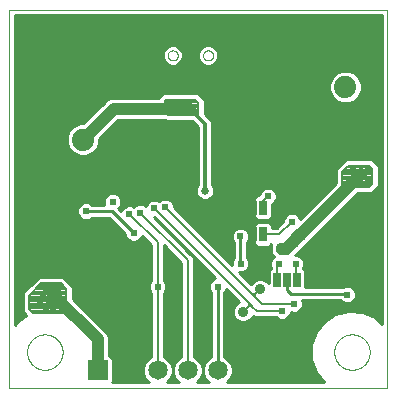
<source format=gbl>
G75*
%MOIN*%
%OFA0B0*%
%FSLAX25Y25*%
%IPPOS*%
%LPD*%
%AMOC8*
5,1,8,0,0,1.08239X$1,22.5*
%
%ADD10C,0.00000*%
%ADD11C,0.07400*%
%ADD12R,0.02500X0.05000*%
%ADD13R,0.06500X0.06500*%
%ADD14C,0.06500*%
%ADD15C,0.04756*%
%ADD16C,0.05000*%
%ADD17C,0.03500*%
%ADD18C,0.01000*%
%ADD19C,0.03200*%
%ADD20C,0.02400*%
%ADD21C,0.00800*%
%ADD22C,0.04000*%
%ADD23C,0.00600*%
%ADD24C,0.02578*%
%ADD25C,0.01200*%
D10*
X0002050Y0007300D02*
X0002050Y0133284D01*
X0128034Y0133284D01*
X0128034Y0007300D01*
X0002050Y0007300D01*
X0007955Y0019111D02*
X0007957Y0019264D01*
X0007963Y0019418D01*
X0007973Y0019571D01*
X0007987Y0019723D01*
X0008005Y0019876D01*
X0008027Y0020027D01*
X0008052Y0020178D01*
X0008082Y0020329D01*
X0008116Y0020479D01*
X0008153Y0020627D01*
X0008194Y0020775D01*
X0008239Y0020921D01*
X0008288Y0021067D01*
X0008341Y0021211D01*
X0008397Y0021353D01*
X0008457Y0021494D01*
X0008521Y0021634D01*
X0008588Y0021772D01*
X0008659Y0021908D01*
X0008734Y0022042D01*
X0008811Y0022174D01*
X0008893Y0022304D01*
X0008977Y0022432D01*
X0009065Y0022558D01*
X0009156Y0022681D01*
X0009250Y0022802D01*
X0009348Y0022920D01*
X0009448Y0023036D01*
X0009552Y0023149D01*
X0009658Y0023260D01*
X0009767Y0023368D01*
X0009879Y0023473D01*
X0009993Y0023574D01*
X0010111Y0023673D01*
X0010230Y0023769D01*
X0010352Y0023862D01*
X0010477Y0023951D01*
X0010604Y0024038D01*
X0010733Y0024120D01*
X0010864Y0024200D01*
X0010997Y0024276D01*
X0011132Y0024349D01*
X0011269Y0024418D01*
X0011408Y0024483D01*
X0011548Y0024545D01*
X0011690Y0024603D01*
X0011833Y0024658D01*
X0011978Y0024709D01*
X0012124Y0024756D01*
X0012271Y0024799D01*
X0012419Y0024838D01*
X0012568Y0024874D01*
X0012718Y0024905D01*
X0012869Y0024933D01*
X0013020Y0024957D01*
X0013173Y0024977D01*
X0013325Y0024993D01*
X0013478Y0025005D01*
X0013631Y0025013D01*
X0013784Y0025017D01*
X0013938Y0025017D01*
X0014091Y0025013D01*
X0014244Y0025005D01*
X0014397Y0024993D01*
X0014549Y0024977D01*
X0014702Y0024957D01*
X0014853Y0024933D01*
X0015004Y0024905D01*
X0015154Y0024874D01*
X0015303Y0024838D01*
X0015451Y0024799D01*
X0015598Y0024756D01*
X0015744Y0024709D01*
X0015889Y0024658D01*
X0016032Y0024603D01*
X0016174Y0024545D01*
X0016314Y0024483D01*
X0016453Y0024418D01*
X0016590Y0024349D01*
X0016725Y0024276D01*
X0016858Y0024200D01*
X0016989Y0024120D01*
X0017118Y0024038D01*
X0017245Y0023951D01*
X0017370Y0023862D01*
X0017492Y0023769D01*
X0017611Y0023673D01*
X0017729Y0023574D01*
X0017843Y0023473D01*
X0017955Y0023368D01*
X0018064Y0023260D01*
X0018170Y0023149D01*
X0018274Y0023036D01*
X0018374Y0022920D01*
X0018472Y0022802D01*
X0018566Y0022681D01*
X0018657Y0022558D01*
X0018745Y0022432D01*
X0018829Y0022304D01*
X0018911Y0022174D01*
X0018988Y0022042D01*
X0019063Y0021908D01*
X0019134Y0021772D01*
X0019201Y0021634D01*
X0019265Y0021494D01*
X0019325Y0021353D01*
X0019381Y0021211D01*
X0019434Y0021067D01*
X0019483Y0020921D01*
X0019528Y0020775D01*
X0019569Y0020627D01*
X0019606Y0020479D01*
X0019640Y0020329D01*
X0019670Y0020178D01*
X0019695Y0020027D01*
X0019717Y0019876D01*
X0019735Y0019723D01*
X0019749Y0019571D01*
X0019759Y0019418D01*
X0019765Y0019264D01*
X0019767Y0019111D01*
X0019765Y0018958D01*
X0019759Y0018804D01*
X0019749Y0018651D01*
X0019735Y0018499D01*
X0019717Y0018346D01*
X0019695Y0018195D01*
X0019670Y0018044D01*
X0019640Y0017893D01*
X0019606Y0017743D01*
X0019569Y0017595D01*
X0019528Y0017447D01*
X0019483Y0017301D01*
X0019434Y0017155D01*
X0019381Y0017011D01*
X0019325Y0016869D01*
X0019265Y0016728D01*
X0019201Y0016588D01*
X0019134Y0016450D01*
X0019063Y0016314D01*
X0018988Y0016180D01*
X0018911Y0016048D01*
X0018829Y0015918D01*
X0018745Y0015790D01*
X0018657Y0015664D01*
X0018566Y0015541D01*
X0018472Y0015420D01*
X0018374Y0015302D01*
X0018274Y0015186D01*
X0018170Y0015073D01*
X0018064Y0014962D01*
X0017955Y0014854D01*
X0017843Y0014749D01*
X0017729Y0014648D01*
X0017611Y0014549D01*
X0017492Y0014453D01*
X0017370Y0014360D01*
X0017245Y0014271D01*
X0017118Y0014184D01*
X0016989Y0014102D01*
X0016858Y0014022D01*
X0016725Y0013946D01*
X0016590Y0013873D01*
X0016453Y0013804D01*
X0016314Y0013739D01*
X0016174Y0013677D01*
X0016032Y0013619D01*
X0015889Y0013564D01*
X0015744Y0013513D01*
X0015598Y0013466D01*
X0015451Y0013423D01*
X0015303Y0013384D01*
X0015154Y0013348D01*
X0015004Y0013317D01*
X0014853Y0013289D01*
X0014702Y0013265D01*
X0014549Y0013245D01*
X0014397Y0013229D01*
X0014244Y0013217D01*
X0014091Y0013209D01*
X0013938Y0013205D01*
X0013784Y0013205D01*
X0013631Y0013209D01*
X0013478Y0013217D01*
X0013325Y0013229D01*
X0013173Y0013245D01*
X0013020Y0013265D01*
X0012869Y0013289D01*
X0012718Y0013317D01*
X0012568Y0013348D01*
X0012419Y0013384D01*
X0012271Y0013423D01*
X0012124Y0013466D01*
X0011978Y0013513D01*
X0011833Y0013564D01*
X0011690Y0013619D01*
X0011548Y0013677D01*
X0011408Y0013739D01*
X0011269Y0013804D01*
X0011132Y0013873D01*
X0010997Y0013946D01*
X0010864Y0014022D01*
X0010733Y0014102D01*
X0010604Y0014184D01*
X0010477Y0014271D01*
X0010352Y0014360D01*
X0010230Y0014453D01*
X0010111Y0014549D01*
X0009993Y0014648D01*
X0009879Y0014749D01*
X0009767Y0014854D01*
X0009658Y0014962D01*
X0009552Y0015073D01*
X0009448Y0015186D01*
X0009348Y0015302D01*
X0009250Y0015420D01*
X0009156Y0015541D01*
X0009065Y0015664D01*
X0008977Y0015790D01*
X0008893Y0015918D01*
X0008811Y0016048D01*
X0008734Y0016180D01*
X0008659Y0016314D01*
X0008588Y0016450D01*
X0008521Y0016588D01*
X0008457Y0016728D01*
X0008397Y0016869D01*
X0008341Y0017011D01*
X0008288Y0017155D01*
X0008239Y0017301D01*
X0008194Y0017447D01*
X0008153Y0017595D01*
X0008116Y0017743D01*
X0008082Y0017893D01*
X0008052Y0018044D01*
X0008027Y0018195D01*
X0008005Y0018346D01*
X0007987Y0018499D01*
X0007973Y0018651D01*
X0007963Y0018804D01*
X0007957Y0018958D01*
X0007955Y0019111D01*
X0054771Y0118000D02*
X0054773Y0118081D01*
X0054779Y0118163D01*
X0054789Y0118244D01*
X0054803Y0118324D01*
X0054820Y0118403D01*
X0054842Y0118482D01*
X0054867Y0118559D01*
X0054896Y0118636D01*
X0054929Y0118710D01*
X0054966Y0118783D01*
X0055005Y0118854D01*
X0055049Y0118923D01*
X0055095Y0118990D01*
X0055145Y0119054D01*
X0055198Y0119116D01*
X0055254Y0119176D01*
X0055312Y0119232D01*
X0055374Y0119286D01*
X0055438Y0119337D01*
X0055504Y0119384D01*
X0055572Y0119428D01*
X0055643Y0119469D01*
X0055715Y0119506D01*
X0055790Y0119540D01*
X0055865Y0119570D01*
X0055943Y0119596D01*
X0056021Y0119619D01*
X0056100Y0119637D01*
X0056180Y0119652D01*
X0056261Y0119663D01*
X0056342Y0119670D01*
X0056424Y0119673D01*
X0056505Y0119672D01*
X0056586Y0119667D01*
X0056667Y0119658D01*
X0056748Y0119645D01*
X0056828Y0119628D01*
X0056906Y0119608D01*
X0056984Y0119583D01*
X0057061Y0119555D01*
X0057136Y0119523D01*
X0057209Y0119488D01*
X0057280Y0119449D01*
X0057350Y0119406D01*
X0057417Y0119361D01*
X0057483Y0119312D01*
X0057545Y0119260D01*
X0057605Y0119204D01*
X0057662Y0119146D01*
X0057717Y0119086D01*
X0057768Y0119022D01*
X0057816Y0118957D01*
X0057861Y0118889D01*
X0057903Y0118819D01*
X0057941Y0118747D01*
X0057976Y0118673D01*
X0058007Y0118598D01*
X0058034Y0118521D01*
X0058057Y0118443D01*
X0058077Y0118364D01*
X0058093Y0118284D01*
X0058105Y0118203D01*
X0058113Y0118122D01*
X0058117Y0118041D01*
X0058117Y0117959D01*
X0058113Y0117878D01*
X0058105Y0117797D01*
X0058093Y0117716D01*
X0058077Y0117636D01*
X0058057Y0117557D01*
X0058034Y0117479D01*
X0058007Y0117402D01*
X0057976Y0117327D01*
X0057941Y0117253D01*
X0057903Y0117181D01*
X0057861Y0117111D01*
X0057816Y0117043D01*
X0057768Y0116978D01*
X0057717Y0116914D01*
X0057662Y0116854D01*
X0057605Y0116796D01*
X0057545Y0116740D01*
X0057483Y0116688D01*
X0057417Y0116639D01*
X0057350Y0116594D01*
X0057281Y0116551D01*
X0057209Y0116512D01*
X0057136Y0116477D01*
X0057061Y0116445D01*
X0056984Y0116417D01*
X0056906Y0116392D01*
X0056828Y0116372D01*
X0056748Y0116355D01*
X0056667Y0116342D01*
X0056586Y0116333D01*
X0056505Y0116328D01*
X0056424Y0116327D01*
X0056342Y0116330D01*
X0056261Y0116337D01*
X0056180Y0116348D01*
X0056100Y0116363D01*
X0056021Y0116381D01*
X0055943Y0116404D01*
X0055865Y0116430D01*
X0055790Y0116460D01*
X0055715Y0116494D01*
X0055643Y0116531D01*
X0055572Y0116572D01*
X0055504Y0116616D01*
X0055438Y0116663D01*
X0055374Y0116714D01*
X0055312Y0116768D01*
X0055254Y0116824D01*
X0055198Y0116884D01*
X0055145Y0116946D01*
X0055095Y0117010D01*
X0055049Y0117077D01*
X0055005Y0117146D01*
X0054966Y0117217D01*
X0054929Y0117290D01*
X0054896Y0117364D01*
X0054867Y0117441D01*
X0054842Y0117518D01*
X0054820Y0117597D01*
X0054803Y0117676D01*
X0054789Y0117756D01*
X0054779Y0117837D01*
X0054773Y0117919D01*
X0054771Y0118000D01*
X0066583Y0118000D02*
X0066585Y0118081D01*
X0066591Y0118163D01*
X0066601Y0118244D01*
X0066615Y0118324D01*
X0066632Y0118403D01*
X0066654Y0118482D01*
X0066679Y0118559D01*
X0066708Y0118636D01*
X0066741Y0118710D01*
X0066778Y0118783D01*
X0066817Y0118854D01*
X0066861Y0118923D01*
X0066907Y0118990D01*
X0066957Y0119054D01*
X0067010Y0119116D01*
X0067066Y0119176D01*
X0067124Y0119232D01*
X0067186Y0119286D01*
X0067250Y0119337D01*
X0067316Y0119384D01*
X0067384Y0119428D01*
X0067455Y0119469D01*
X0067527Y0119506D01*
X0067602Y0119540D01*
X0067677Y0119570D01*
X0067755Y0119596D01*
X0067833Y0119619D01*
X0067912Y0119637D01*
X0067992Y0119652D01*
X0068073Y0119663D01*
X0068154Y0119670D01*
X0068236Y0119673D01*
X0068317Y0119672D01*
X0068398Y0119667D01*
X0068479Y0119658D01*
X0068560Y0119645D01*
X0068640Y0119628D01*
X0068718Y0119608D01*
X0068796Y0119583D01*
X0068873Y0119555D01*
X0068948Y0119523D01*
X0069021Y0119488D01*
X0069092Y0119449D01*
X0069162Y0119406D01*
X0069229Y0119361D01*
X0069295Y0119312D01*
X0069357Y0119260D01*
X0069417Y0119204D01*
X0069474Y0119146D01*
X0069529Y0119086D01*
X0069580Y0119022D01*
X0069628Y0118957D01*
X0069673Y0118889D01*
X0069715Y0118819D01*
X0069753Y0118747D01*
X0069788Y0118673D01*
X0069819Y0118598D01*
X0069846Y0118521D01*
X0069869Y0118443D01*
X0069889Y0118364D01*
X0069905Y0118284D01*
X0069917Y0118203D01*
X0069925Y0118122D01*
X0069929Y0118041D01*
X0069929Y0117959D01*
X0069925Y0117878D01*
X0069917Y0117797D01*
X0069905Y0117716D01*
X0069889Y0117636D01*
X0069869Y0117557D01*
X0069846Y0117479D01*
X0069819Y0117402D01*
X0069788Y0117327D01*
X0069753Y0117253D01*
X0069715Y0117181D01*
X0069673Y0117111D01*
X0069628Y0117043D01*
X0069580Y0116978D01*
X0069529Y0116914D01*
X0069474Y0116854D01*
X0069417Y0116796D01*
X0069357Y0116740D01*
X0069295Y0116688D01*
X0069229Y0116639D01*
X0069162Y0116594D01*
X0069093Y0116551D01*
X0069021Y0116512D01*
X0068948Y0116477D01*
X0068873Y0116445D01*
X0068796Y0116417D01*
X0068718Y0116392D01*
X0068640Y0116372D01*
X0068560Y0116355D01*
X0068479Y0116342D01*
X0068398Y0116333D01*
X0068317Y0116328D01*
X0068236Y0116327D01*
X0068154Y0116330D01*
X0068073Y0116337D01*
X0067992Y0116348D01*
X0067912Y0116363D01*
X0067833Y0116381D01*
X0067755Y0116404D01*
X0067677Y0116430D01*
X0067602Y0116460D01*
X0067527Y0116494D01*
X0067455Y0116531D01*
X0067384Y0116572D01*
X0067316Y0116616D01*
X0067250Y0116663D01*
X0067186Y0116714D01*
X0067124Y0116768D01*
X0067066Y0116824D01*
X0067010Y0116884D01*
X0066957Y0116946D01*
X0066907Y0117010D01*
X0066861Y0117077D01*
X0066817Y0117146D01*
X0066778Y0117217D01*
X0066741Y0117290D01*
X0066708Y0117364D01*
X0066679Y0117441D01*
X0066654Y0117518D01*
X0066632Y0117597D01*
X0066615Y0117676D01*
X0066601Y0117756D01*
X0066591Y0117837D01*
X0066585Y0117919D01*
X0066583Y0118000D01*
X0110317Y0019111D02*
X0110319Y0019264D01*
X0110325Y0019418D01*
X0110335Y0019571D01*
X0110349Y0019723D01*
X0110367Y0019876D01*
X0110389Y0020027D01*
X0110414Y0020178D01*
X0110444Y0020329D01*
X0110478Y0020479D01*
X0110515Y0020627D01*
X0110556Y0020775D01*
X0110601Y0020921D01*
X0110650Y0021067D01*
X0110703Y0021211D01*
X0110759Y0021353D01*
X0110819Y0021494D01*
X0110883Y0021634D01*
X0110950Y0021772D01*
X0111021Y0021908D01*
X0111096Y0022042D01*
X0111173Y0022174D01*
X0111255Y0022304D01*
X0111339Y0022432D01*
X0111427Y0022558D01*
X0111518Y0022681D01*
X0111612Y0022802D01*
X0111710Y0022920D01*
X0111810Y0023036D01*
X0111914Y0023149D01*
X0112020Y0023260D01*
X0112129Y0023368D01*
X0112241Y0023473D01*
X0112355Y0023574D01*
X0112473Y0023673D01*
X0112592Y0023769D01*
X0112714Y0023862D01*
X0112839Y0023951D01*
X0112966Y0024038D01*
X0113095Y0024120D01*
X0113226Y0024200D01*
X0113359Y0024276D01*
X0113494Y0024349D01*
X0113631Y0024418D01*
X0113770Y0024483D01*
X0113910Y0024545D01*
X0114052Y0024603D01*
X0114195Y0024658D01*
X0114340Y0024709D01*
X0114486Y0024756D01*
X0114633Y0024799D01*
X0114781Y0024838D01*
X0114930Y0024874D01*
X0115080Y0024905D01*
X0115231Y0024933D01*
X0115382Y0024957D01*
X0115535Y0024977D01*
X0115687Y0024993D01*
X0115840Y0025005D01*
X0115993Y0025013D01*
X0116146Y0025017D01*
X0116300Y0025017D01*
X0116453Y0025013D01*
X0116606Y0025005D01*
X0116759Y0024993D01*
X0116911Y0024977D01*
X0117064Y0024957D01*
X0117215Y0024933D01*
X0117366Y0024905D01*
X0117516Y0024874D01*
X0117665Y0024838D01*
X0117813Y0024799D01*
X0117960Y0024756D01*
X0118106Y0024709D01*
X0118251Y0024658D01*
X0118394Y0024603D01*
X0118536Y0024545D01*
X0118676Y0024483D01*
X0118815Y0024418D01*
X0118952Y0024349D01*
X0119087Y0024276D01*
X0119220Y0024200D01*
X0119351Y0024120D01*
X0119480Y0024038D01*
X0119607Y0023951D01*
X0119732Y0023862D01*
X0119854Y0023769D01*
X0119973Y0023673D01*
X0120091Y0023574D01*
X0120205Y0023473D01*
X0120317Y0023368D01*
X0120426Y0023260D01*
X0120532Y0023149D01*
X0120636Y0023036D01*
X0120736Y0022920D01*
X0120834Y0022802D01*
X0120928Y0022681D01*
X0121019Y0022558D01*
X0121107Y0022432D01*
X0121191Y0022304D01*
X0121273Y0022174D01*
X0121350Y0022042D01*
X0121425Y0021908D01*
X0121496Y0021772D01*
X0121563Y0021634D01*
X0121627Y0021494D01*
X0121687Y0021353D01*
X0121743Y0021211D01*
X0121796Y0021067D01*
X0121845Y0020921D01*
X0121890Y0020775D01*
X0121931Y0020627D01*
X0121968Y0020479D01*
X0122002Y0020329D01*
X0122032Y0020178D01*
X0122057Y0020027D01*
X0122079Y0019876D01*
X0122097Y0019723D01*
X0122111Y0019571D01*
X0122121Y0019418D01*
X0122127Y0019264D01*
X0122129Y0019111D01*
X0122127Y0018958D01*
X0122121Y0018804D01*
X0122111Y0018651D01*
X0122097Y0018499D01*
X0122079Y0018346D01*
X0122057Y0018195D01*
X0122032Y0018044D01*
X0122002Y0017893D01*
X0121968Y0017743D01*
X0121931Y0017595D01*
X0121890Y0017447D01*
X0121845Y0017301D01*
X0121796Y0017155D01*
X0121743Y0017011D01*
X0121687Y0016869D01*
X0121627Y0016728D01*
X0121563Y0016588D01*
X0121496Y0016450D01*
X0121425Y0016314D01*
X0121350Y0016180D01*
X0121273Y0016048D01*
X0121191Y0015918D01*
X0121107Y0015790D01*
X0121019Y0015664D01*
X0120928Y0015541D01*
X0120834Y0015420D01*
X0120736Y0015302D01*
X0120636Y0015186D01*
X0120532Y0015073D01*
X0120426Y0014962D01*
X0120317Y0014854D01*
X0120205Y0014749D01*
X0120091Y0014648D01*
X0119973Y0014549D01*
X0119854Y0014453D01*
X0119732Y0014360D01*
X0119607Y0014271D01*
X0119480Y0014184D01*
X0119351Y0014102D01*
X0119220Y0014022D01*
X0119087Y0013946D01*
X0118952Y0013873D01*
X0118815Y0013804D01*
X0118676Y0013739D01*
X0118536Y0013677D01*
X0118394Y0013619D01*
X0118251Y0013564D01*
X0118106Y0013513D01*
X0117960Y0013466D01*
X0117813Y0013423D01*
X0117665Y0013384D01*
X0117516Y0013348D01*
X0117366Y0013317D01*
X0117215Y0013289D01*
X0117064Y0013265D01*
X0116911Y0013245D01*
X0116759Y0013229D01*
X0116606Y0013217D01*
X0116453Y0013209D01*
X0116300Y0013205D01*
X0116146Y0013205D01*
X0115993Y0013209D01*
X0115840Y0013217D01*
X0115687Y0013229D01*
X0115535Y0013245D01*
X0115382Y0013265D01*
X0115231Y0013289D01*
X0115080Y0013317D01*
X0114930Y0013348D01*
X0114781Y0013384D01*
X0114633Y0013423D01*
X0114486Y0013466D01*
X0114340Y0013513D01*
X0114195Y0013564D01*
X0114052Y0013619D01*
X0113910Y0013677D01*
X0113770Y0013739D01*
X0113631Y0013804D01*
X0113494Y0013873D01*
X0113359Y0013946D01*
X0113226Y0014022D01*
X0113095Y0014102D01*
X0112966Y0014184D01*
X0112839Y0014271D01*
X0112714Y0014360D01*
X0112592Y0014453D01*
X0112473Y0014549D01*
X0112355Y0014648D01*
X0112241Y0014749D01*
X0112129Y0014854D01*
X0112020Y0014962D01*
X0111914Y0015073D01*
X0111810Y0015186D01*
X0111710Y0015302D01*
X0111612Y0015420D01*
X0111518Y0015541D01*
X0111427Y0015664D01*
X0111339Y0015790D01*
X0111255Y0015918D01*
X0111173Y0016048D01*
X0111096Y0016180D01*
X0111021Y0016314D01*
X0110950Y0016450D01*
X0110883Y0016588D01*
X0110819Y0016728D01*
X0110759Y0016869D01*
X0110703Y0017011D01*
X0110650Y0017155D01*
X0110601Y0017301D01*
X0110556Y0017447D01*
X0110515Y0017595D01*
X0110478Y0017743D01*
X0110444Y0017893D01*
X0110414Y0018044D01*
X0110389Y0018195D01*
X0110367Y0018346D01*
X0110349Y0018499D01*
X0110335Y0018651D01*
X0110325Y0018804D01*
X0110319Y0018958D01*
X0110317Y0019111D01*
D11*
X0114050Y0107426D03*
X0104050Y0107426D03*
X0026550Y0089926D03*
X0016550Y0089926D03*
D12*
X0083284Y0067270D03*
X0086484Y0067270D03*
X0086454Y0058370D03*
X0083254Y0058370D03*
X0091350Y0043100D03*
X0094550Y0043100D03*
X0097750Y0043100D03*
D13*
X0031450Y0013000D03*
D14*
X0041450Y0013000D03*
X0051450Y0013000D03*
X0061450Y0013000D03*
X0071450Y0013000D03*
D15*
X0098950Y0117000D03*
X0099550Y0117000D03*
X0099950Y0117000D03*
X0118550Y0117000D03*
X0119050Y0117000D03*
X0119550Y0117000D03*
D16*
X0123050Y0126600D03*
X0123050Y0127700D03*
X0123050Y0128600D03*
X0095450Y0128600D03*
X0095450Y0127600D03*
X0095450Y0126600D03*
D17*
X0085650Y0040000D03*
X0079950Y0032600D03*
D18*
X0076769Y0031264D02*
X0073650Y0031264D01*
X0073650Y0030266D02*
X0077405Y0030266D01*
X0077025Y0030646D02*
X0077996Y0029675D01*
X0079264Y0029150D01*
X0080636Y0029150D01*
X0081904Y0029675D01*
X0082875Y0030646D01*
X0083097Y0031183D01*
X0083580Y0030700D01*
X0090917Y0030700D01*
X0091276Y0030341D01*
X0092342Y0029900D01*
X0093495Y0029900D01*
X0094561Y0030341D01*
X0095377Y0031157D01*
X0095818Y0032223D01*
X0095818Y0032491D01*
X0096279Y0032300D01*
X0097432Y0032300D01*
X0098498Y0032741D01*
X0099314Y0033557D01*
X0099755Y0034623D01*
X0099755Y0035777D01*
X0099497Y0036400D01*
X0112449Y0036400D01*
X0113007Y0035841D01*
X0114073Y0035400D01*
X0115227Y0035400D01*
X0116293Y0035841D01*
X0117108Y0036657D01*
X0117550Y0037723D01*
X0117550Y0038877D01*
X0117108Y0039943D01*
X0116293Y0040758D01*
X0115227Y0041200D01*
X0114073Y0041200D01*
X0113107Y0040800D01*
X0100700Y0040800D01*
X0100700Y0046304D01*
X0099978Y0047026D01*
X0100350Y0047923D01*
X0100350Y0049077D01*
X0099908Y0050143D01*
X0099093Y0050958D01*
X0098027Y0051400D01*
X0097378Y0051400D01*
X0097939Y0051960D01*
X0097946Y0051963D01*
X0118183Y0072200D01*
X0122920Y0072200D01*
X0124150Y0073430D01*
X0125150Y0074430D01*
X0125150Y0081170D01*
X0123920Y0082400D01*
X0122920Y0083400D01*
X0114180Y0083400D01*
X0112950Y0082170D01*
X0110950Y0080170D01*
X0110950Y0075433D01*
X0099016Y0063499D01*
X0098708Y0064243D01*
X0097893Y0065058D01*
X0096827Y0065500D01*
X0095673Y0065500D01*
X0094607Y0065058D01*
X0093791Y0064243D01*
X0093350Y0063177D01*
X0093350Y0062670D01*
X0091150Y0060470D01*
X0089404Y0060470D01*
X0089404Y0061574D01*
X0088408Y0062570D01*
X0084500Y0062570D01*
X0083504Y0061574D01*
X0083504Y0055166D01*
X0084500Y0054170D01*
X0088408Y0054170D01*
X0089350Y0055112D01*
X0089350Y0051972D01*
X0090350Y0050972D01*
X0090359Y0050963D01*
X0090107Y0050858D01*
X0089291Y0050043D01*
X0088850Y0048977D01*
X0088850Y0047823D01*
X0089163Y0047067D01*
X0088400Y0046304D01*
X0088400Y0042129D01*
X0087604Y0042925D01*
X0086336Y0043450D01*
X0084964Y0043450D01*
X0083696Y0042925D01*
X0082725Y0041954D01*
X0082620Y0041700D01*
X0078620Y0045700D01*
X0079727Y0045700D01*
X0080793Y0046141D01*
X0081608Y0046957D01*
X0082050Y0048023D01*
X0082050Y0049177D01*
X0081608Y0050243D01*
X0081250Y0050601D01*
X0081250Y0055799D01*
X0081508Y0056057D01*
X0081950Y0057123D01*
X0081950Y0058277D01*
X0081508Y0059343D01*
X0080693Y0060158D01*
X0079627Y0060600D01*
X0078473Y0060600D01*
X0077407Y0060158D01*
X0076591Y0059343D01*
X0076150Y0058277D01*
X0076150Y0057123D01*
X0076591Y0056057D01*
X0076850Y0055799D01*
X0076850Y0050401D01*
X0076691Y0050243D01*
X0076250Y0049177D01*
X0076250Y0048070D01*
X0056850Y0067470D01*
X0056850Y0067977D01*
X0056408Y0069043D01*
X0055593Y0069858D01*
X0054527Y0070300D01*
X0053373Y0070300D01*
X0052307Y0069858D01*
X0051900Y0069451D01*
X0051893Y0069458D01*
X0050827Y0069900D01*
X0049673Y0069900D01*
X0048607Y0069458D01*
X0047791Y0068643D01*
X0047474Y0067877D01*
X0047293Y0068058D01*
X0046227Y0068500D01*
X0045073Y0068500D01*
X0044007Y0068058D01*
X0043562Y0067613D01*
X0042627Y0068000D01*
X0041473Y0068000D01*
X0040407Y0067558D01*
X0039591Y0066743D01*
X0039307Y0066055D01*
X0038356Y0067005D01*
X0038908Y0067557D01*
X0039350Y0068623D01*
X0039350Y0069777D01*
X0038908Y0070843D01*
X0038093Y0071658D01*
X0037027Y0072100D01*
X0035873Y0072100D01*
X0034807Y0071658D01*
X0033991Y0070843D01*
X0033550Y0069777D01*
X0033550Y0068623D01*
X0033684Y0068300D01*
X0029528Y0068300D01*
X0029269Y0068558D01*
X0028203Y0069000D01*
X0027050Y0069000D01*
X0025984Y0068558D01*
X0025168Y0067743D01*
X0024726Y0066677D01*
X0024726Y0065523D01*
X0025168Y0064457D01*
X0025984Y0063641D01*
X0027050Y0063200D01*
X0028203Y0063200D01*
X0029269Y0063641D01*
X0029528Y0063900D01*
X0035239Y0063900D01*
X0040550Y0058589D01*
X0040550Y0058223D01*
X0040991Y0057157D01*
X0041807Y0056341D01*
X0042873Y0055900D01*
X0044027Y0055900D01*
X0045093Y0056341D01*
X0045908Y0057157D01*
X0046235Y0057945D01*
X0049350Y0054830D01*
X0049350Y0042901D01*
X0048991Y0042543D01*
X0048550Y0041477D01*
X0048550Y0040323D01*
X0048991Y0039257D01*
X0049350Y0038899D01*
X0049350Y0017488D01*
X0048646Y0017196D01*
X0047254Y0015804D01*
X0046500Y0013985D01*
X0046500Y0012015D01*
X0047254Y0010196D01*
X0048450Y0009000D01*
X0036354Y0009000D01*
X0036400Y0009046D01*
X0036400Y0016954D01*
X0035404Y0017950D01*
X0035150Y0017950D01*
X0035150Y0024136D01*
X0034587Y0025496D01*
X0023150Y0036933D01*
X0023150Y0040970D01*
X0021250Y0042870D01*
X0020020Y0044100D01*
X0011780Y0044100D01*
X0009580Y0041900D01*
X0009280Y0041600D01*
X0007680Y0040000D01*
X0006450Y0038770D01*
X0006450Y0032630D01*
X0007250Y0031830D01*
X0007713Y0031367D01*
X0004507Y0029272D01*
X0003750Y0028299D01*
X0003750Y0131584D01*
X0126334Y0131584D01*
X0126334Y0028319D01*
X0123777Y0030673D01*
X0119614Y0032499D01*
X0115083Y0032875D01*
X0110675Y0031759D01*
X0110675Y0031759D01*
X0106869Y0029272D01*
X0104077Y0025684D01*
X0102601Y0021384D01*
X0102601Y0016838D01*
X0104077Y0012538D01*
X0104077Y0012538D01*
X0106830Y0009000D01*
X0074450Y0009000D01*
X0075646Y0010196D01*
X0076400Y0012015D01*
X0076400Y0013985D01*
X0075646Y0015804D01*
X0074254Y0017196D01*
X0073650Y0017447D01*
X0073650Y0038999D01*
X0073908Y0039257D01*
X0074235Y0040045D01*
X0078533Y0035747D01*
X0077996Y0035525D01*
X0077025Y0034554D01*
X0076500Y0033286D01*
X0076500Y0031914D01*
X0077025Y0030646D01*
X0076500Y0032263D02*
X0073650Y0032263D01*
X0073650Y0033261D02*
X0076500Y0033261D01*
X0076903Y0034260D02*
X0073650Y0034260D01*
X0073650Y0035258D02*
X0077729Y0035258D01*
X0078023Y0036257D02*
X0073650Y0036257D01*
X0073650Y0037255D02*
X0077025Y0037255D01*
X0076026Y0038254D02*
X0073650Y0038254D01*
X0073904Y0039252D02*
X0075028Y0039252D01*
X0071450Y0040900D02*
X0071450Y0013000D01*
X0076101Y0011294D02*
X0105045Y0011294D01*
X0105822Y0010296D02*
X0075688Y0010296D01*
X0074747Y0009297D02*
X0106599Y0009297D01*
X0104268Y0012293D02*
X0076400Y0012293D01*
X0076400Y0013291D02*
X0103818Y0013291D01*
X0103475Y0014290D02*
X0076274Y0014290D01*
X0075860Y0015288D02*
X0103133Y0015288D01*
X0102790Y0016287D02*
X0075164Y0016287D01*
X0074040Y0017285D02*
X0102601Y0017285D01*
X0102601Y0018284D02*
X0073650Y0018284D01*
X0073650Y0019282D02*
X0102601Y0019282D01*
X0102601Y0020281D02*
X0073650Y0020281D01*
X0073650Y0021279D02*
X0102601Y0021279D01*
X0102907Y0022278D02*
X0073650Y0022278D01*
X0073650Y0023276D02*
X0103250Y0023276D01*
X0103593Y0024275D02*
X0073650Y0024275D01*
X0073650Y0025273D02*
X0103936Y0025273D01*
X0104077Y0025684D02*
X0104077Y0025684D01*
X0104534Y0026272D02*
X0073650Y0026272D01*
X0073650Y0027270D02*
X0105311Y0027270D01*
X0106088Y0028269D02*
X0073650Y0028269D01*
X0073650Y0029267D02*
X0078981Y0029267D01*
X0080919Y0029267D02*
X0106865Y0029267D01*
X0106869Y0029272D02*
X0106869Y0029272D01*
X0108390Y0030266D02*
X0094378Y0030266D01*
X0095421Y0031264D02*
X0109919Y0031264D01*
X0112666Y0032263D02*
X0095818Y0032263D01*
X0099018Y0033261D02*
X0126334Y0033261D01*
X0126334Y0032263D02*
X0120153Y0032263D01*
X0122429Y0031264D02*
X0126334Y0031264D01*
X0126334Y0030266D02*
X0124220Y0030266D01*
X0123777Y0030673D02*
X0123777Y0030673D01*
X0125304Y0029267D02*
X0126334Y0029267D01*
X0126334Y0034260D02*
X0099605Y0034260D01*
X0099755Y0035258D02*
X0126334Y0035258D01*
X0126334Y0036257D02*
X0116708Y0036257D01*
X0117356Y0037255D02*
X0126334Y0037255D01*
X0126334Y0038254D02*
X0117550Y0038254D01*
X0117394Y0039252D02*
X0126334Y0039252D01*
X0126334Y0040251D02*
X0116800Y0040251D01*
X0114650Y0038300D02*
X0114350Y0038600D01*
X0095850Y0038600D01*
X0094550Y0039900D01*
X0094550Y0043100D01*
X0088400Y0043246D02*
X0086828Y0043246D01*
X0088281Y0042248D02*
X0088400Y0042248D01*
X0088400Y0044245D02*
X0080075Y0044245D01*
X0081073Y0043246D02*
X0084472Y0043246D01*
X0083019Y0042248D02*
X0082072Y0042248D01*
X0079076Y0045243D02*
X0088400Y0045243D01*
X0088400Y0046242D02*
X0080893Y0046242D01*
X0081726Y0047240D02*
X0089091Y0047240D01*
X0088850Y0048239D02*
X0082050Y0048239D01*
X0082025Y0049237D02*
X0088958Y0049237D01*
X0089485Y0050236D02*
X0081611Y0050236D01*
X0081250Y0051234D02*
X0090087Y0051234D01*
X0089350Y0052233D02*
X0081250Y0052233D01*
X0081250Y0053232D02*
X0089350Y0053232D01*
X0089350Y0054230D02*
X0088468Y0054230D01*
X0084440Y0054230D02*
X0081250Y0054230D01*
X0081250Y0055229D02*
X0083504Y0055229D01*
X0083504Y0056227D02*
X0081579Y0056227D01*
X0081950Y0057226D02*
X0083504Y0057226D01*
X0083504Y0058224D02*
X0081950Y0058224D01*
X0081558Y0059223D02*
X0083504Y0059223D01*
X0083504Y0060221D02*
X0080542Y0060221D01*
X0079050Y0057700D02*
X0079050Y0048700D01*
X0079150Y0048600D01*
X0076689Y0050236D02*
X0074084Y0050236D01*
X0075082Y0049237D02*
X0076275Y0049237D01*
X0076250Y0048239D02*
X0076081Y0048239D01*
X0076850Y0051234D02*
X0073085Y0051234D01*
X0072087Y0052233D02*
X0076850Y0052233D01*
X0076850Y0053232D02*
X0071088Y0053232D01*
X0070090Y0054230D02*
X0076850Y0054230D01*
X0076850Y0055229D02*
X0069091Y0055229D01*
X0068093Y0056227D02*
X0076521Y0056227D01*
X0076150Y0057226D02*
X0067094Y0057226D01*
X0066096Y0058224D02*
X0076150Y0058224D01*
X0076542Y0059223D02*
X0065097Y0059223D01*
X0064099Y0060221D02*
X0077558Y0060221D01*
X0083504Y0061220D02*
X0063100Y0061220D01*
X0062102Y0062218D02*
X0084148Y0062218D01*
X0084530Y0063070D02*
X0083534Y0064066D01*
X0083534Y0070474D01*
X0084530Y0071470D01*
X0085300Y0071470D01*
X0085300Y0071627D01*
X0085741Y0072693D01*
X0086557Y0073508D01*
X0087623Y0073950D01*
X0088777Y0073950D01*
X0089843Y0073508D01*
X0090658Y0072693D01*
X0091100Y0071627D01*
X0091100Y0070473D01*
X0090658Y0069407D01*
X0089843Y0068591D01*
X0089434Y0068422D01*
X0089434Y0064066D01*
X0088438Y0063070D01*
X0084530Y0063070D01*
X0084383Y0063217D02*
X0061103Y0063217D01*
X0060105Y0064215D02*
X0083534Y0064215D01*
X0083534Y0065214D02*
X0059106Y0065214D01*
X0058108Y0066212D02*
X0083534Y0066212D01*
X0083534Y0067211D02*
X0057109Y0067211D01*
X0056754Y0068209D02*
X0083534Y0068209D01*
X0083534Y0069208D02*
X0056244Y0069208D01*
X0054753Y0070206D02*
X0065943Y0070206D01*
X0065557Y0070366D02*
X0066655Y0069911D01*
X0067845Y0069911D01*
X0068943Y0070366D01*
X0069784Y0071207D01*
X0070239Y0072305D01*
X0070239Y0073495D01*
X0069784Y0074593D01*
X0069550Y0074827D01*
X0069550Y0096053D01*
X0068203Y0097400D01*
X0067150Y0098453D01*
X0067150Y0103170D01*
X0065920Y0104400D01*
X0064920Y0105400D01*
X0053180Y0105400D01*
X0051950Y0104170D01*
X0051950Y0103900D01*
X0036088Y0103900D01*
X0034728Y0103337D01*
X0033687Y0102296D01*
X0026717Y0095326D01*
X0025476Y0095326D01*
X0023491Y0094504D01*
X0021972Y0092985D01*
X0021150Y0091000D01*
X0021150Y0088852D01*
X0021972Y0086867D01*
X0023491Y0085348D01*
X0025476Y0084526D01*
X0027624Y0084526D01*
X0029609Y0085348D01*
X0031128Y0086867D01*
X0031950Y0088852D01*
X0031950Y0090093D01*
X0038357Y0096500D01*
X0053880Y0096500D01*
X0054180Y0096200D01*
X0062897Y0096200D01*
X0064950Y0094147D01*
X0064950Y0074827D01*
X0064716Y0074593D01*
X0064261Y0073495D01*
X0064261Y0072305D01*
X0064716Y0071207D01*
X0065557Y0070366D01*
X0064718Y0071205D02*
X0038546Y0071205D01*
X0039172Y0070206D02*
X0053147Y0070206D01*
X0048356Y0069208D02*
X0039350Y0069208D01*
X0039179Y0068209D02*
X0044371Y0068209D01*
X0046929Y0068209D02*
X0047612Y0068209D01*
X0050120Y0064100D02*
X0050180Y0064100D01*
X0070595Y0043685D01*
X0069807Y0043358D01*
X0068991Y0042543D01*
X0068550Y0041477D01*
X0068550Y0040323D01*
X0068991Y0039257D01*
X0069250Y0038999D01*
X0069250Y0017447D01*
X0068646Y0017196D01*
X0067254Y0015804D01*
X0066500Y0013985D01*
X0066500Y0012015D01*
X0067254Y0010196D01*
X0068450Y0009000D01*
X0064450Y0009000D01*
X0065646Y0010196D01*
X0066400Y0012015D01*
X0066400Y0013985D01*
X0065646Y0015804D01*
X0064254Y0017196D01*
X0063550Y0017488D01*
X0063550Y0050670D01*
X0062320Y0051900D01*
X0050120Y0064100D01*
X0051003Y0063217D02*
X0051064Y0063217D01*
X0052002Y0062218D02*
X0052062Y0062218D01*
X0053000Y0061220D02*
X0053061Y0061220D01*
X0053999Y0060221D02*
X0054059Y0060221D01*
X0054997Y0059223D02*
X0055058Y0059223D01*
X0055996Y0058224D02*
X0056056Y0058224D01*
X0056994Y0057226D02*
X0057055Y0057226D01*
X0057993Y0056227D02*
X0058053Y0056227D01*
X0058991Y0055229D02*
X0059052Y0055229D01*
X0059990Y0054230D02*
X0060050Y0054230D01*
X0060988Y0053232D02*
X0061049Y0053232D01*
X0061987Y0052233D02*
X0062047Y0052233D01*
X0062985Y0051234D02*
X0063046Y0051234D01*
X0063550Y0050236D02*
X0064044Y0050236D01*
X0063550Y0049237D02*
X0065043Y0049237D01*
X0066041Y0048239D02*
X0063550Y0048239D01*
X0063550Y0047240D02*
X0067040Y0047240D01*
X0068038Y0046242D02*
X0063550Y0046242D01*
X0063550Y0045243D02*
X0069037Y0045243D01*
X0070035Y0044245D02*
X0063550Y0044245D01*
X0063550Y0043246D02*
X0069695Y0043246D01*
X0068869Y0042248D02*
X0063550Y0042248D01*
X0063550Y0041249D02*
X0068550Y0041249D01*
X0068580Y0040251D02*
X0063550Y0040251D01*
X0063550Y0039252D02*
X0068996Y0039252D01*
X0069250Y0038254D02*
X0063550Y0038254D01*
X0063550Y0037255D02*
X0069250Y0037255D01*
X0069250Y0036257D02*
X0063550Y0036257D01*
X0063550Y0035258D02*
X0069250Y0035258D01*
X0069250Y0034260D02*
X0063550Y0034260D01*
X0063550Y0033261D02*
X0069250Y0033261D01*
X0069250Y0032263D02*
X0063550Y0032263D01*
X0063550Y0031264D02*
X0069250Y0031264D01*
X0069250Y0030266D02*
X0063550Y0030266D01*
X0063550Y0029267D02*
X0069250Y0029267D01*
X0069250Y0028269D02*
X0063550Y0028269D01*
X0063550Y0027270D02*
X0069250Y0027270D01*
X0069250Y0026272D02*
X0063550Y0026272D01*
X0063550Y0025273D02*
X0069250Y0025273D01*
X0069250Y0024275D02*
X0063550Y0024275D01*
X0063550Y0023276D02*
X0069250Y0023276D01*
X0069250Y0022278D02*
X0063550Y0022278D01*
X0063550Y0021279D02*
X0069250Y0021279D01*
X0069250Y0020281D02*
X0063550Y0020281D01*
X0063550Y0019282D02*
X0069250Y0019282D01*
X0069250Y0018284D02*
X0063550Y0018284D01*
X0064040Y0017285D02*
X0068860Y0017285D01*
X0067736Y0016287D02*
X0065164Y0016287D01*
X0065860Y0015288D02*
X0067040Y0015288D01*
X0066626Y0014290D02*
X0066274Y0014290D01*
X0066400Y0013291D02*
X0066500Y0013291D01*
X0066500Y0012293D02*
X0066400Y0012293D01*
X0066101Y0011294D02*
X0066799Y0011294D01*
X0067212Y0010296D02*
X0065688Y0010296D01*
X0064747Y0009297D02*
X0068153Y0009297D01*
X0058450Y0009000D02*
X0054450Y0009000D01*
X0055646Y0010196D01*
X0056400Y0012015D01*
X0056400Y0013985D01*
X0055646Y0015804D01*
X0054254Y0017196D01*
X0053550Y0017488D01*
X0053550Y0038899D01*
X0053908Y0039257D01*
X0054350Y0040323D01*
X0054350Y0041477D01*
X0053908Y0042543D01*
X0053550Y0042901D01*
X0053550Y0054730D01*
X0059350Y0048930D01*
X0059350Y0017488D01*
X0058646Y0017196D01*
X0057254Y0015804D01*
X0056500Y0013985D01*
X0056500Y0012015D01*
X0057254Y0010196D01*
X0058450Y0009000D01*
X0058153Y0009297D02*
X0054747Y0009297D01*
X0055688Y0010296D02*
X0057212Y0010296D01*
X0056799Y0011294D02*
X0056101Y0011294D01*
X0056400Y0012293D02*
X0056500Y0012293D01*
X0056500Y0013291D02*
X0056400Y0013291D01*
X0056274Y0014290D02*
X0056626Y0014290D01*
X0057040Y0015288D02*
X0055860Y0015288D01*
X0055164Y0016287D02*
X0057736Y0016287D01*
X0058860Y0017285D02*
X0054040Y0017285D01*
X0053550Y0018284D02*
X0059350Y0018284D01*
X0059350Y0019282D02*
X0053550Y0019282D01*
X0053550Y0020281D02*
X0059350Y0020281D01*
X0059350Y0021279D02*
X0053550Y0021279D01*
X0053550Y0022278D02*
X0059350Y0022278D01*
X0059350Y0023276D02*
X0053550Y0023276D01*
X0053550Y0024275D02*
X0059350Y0024275D01*
X0059350Y0025273D02*
X0053550Y0025273D01*
X0053550Y0026272D02*
X0059350Y0026272D01*
X0059350Y0027270D02*
X0053550Y0027270D01*
X0053550Y0028269D02*
X0059350Y0028269D01*
X0059350Y0029267D02*
X0053550Y0029267D01*
X0053550Y0030266D02*
X0059350Y0030266D01*
X0059350Y0031264D02*
X0053550Y0031264D01*
X0053550Y0032263D02*
X0059350Y0032263D01*
X0059350Y0033261D02*
X0053550Y0033261D01*
X0053550Y0034260D02*
X0059350Y0034260D01*
X0059350Y0035258D02*
X0053550Y0035258D01*
X0053550Y0036257D02*
X0059350Y0036257D01*
X0059350Y0037255D02*
X0053550Y0037255D01*
X0053550Y0038254D02*
X0059350Y0038254D01*
X0059350Y0039252D02*
X0053904Y0039252D01*
X0054320Y0040251D02*
X0059350Y0040251D01*
X0059350Y0041249D02*
X0054350Y0041249D01*
X0054031Y0042248D02*
X0059350Y0042248D01*
X0059350Y0043246D02*
X0053550Y0043246D01*
X0053550Y0044245D02*
X0059350Y0044245D01*
X0059350Y0045243D02*
X0053550Y0045243D01*
X0053550Y0046242D02*
X0059350Y0046242D01*
X0059350Y0047240D02*
X0053550Y0047240D01*
X0053550Y0048239D02*
X0059350Y0048239D01*
X0059043Y0049237D02*
X0053550Y0049237D01*
X0053550Y0050236D02*
X0058044Y0050236D01*
X0057046Y0051234D02*
X0053550Y0051234D01*
X0053550Y0052233D02*
X0056047Y0052233D01*
X0055049Y0053232D02*
X0053550Y0053232D01*
X0053550Y0054230D02*
X0054050Y0054230D01*
X0049350Y0054230D02*
X0003750Y0054230D01*
X0003750Y0053232D02*
X0049350Y0053232D01*
X0049350Y0052233D02*
X0003750Y0052233D01*
X0003750Y0051234D02*
X0049350Y0051234D01*
X0049350Y0050236D02*
X0003750Y0050236D01*
X0003750Y0049237D02*
X0049350Y0049237D01*
X0049350Y0048239D02*
X0003750Y0048239D01*
X0003750Y0047240D02*
X0049350Y0047240D01*
X0049350Y0046242D02*
X0003750Y0046242D01*
X0003750Y0045243D02*
X0049350Y0045243D01*
X0049350Y0044245D02*
X0003750Y0044245D01*
X0003750Y0043246D02*
X0010927Y0043246D01*
X0009928Y0042248D02*
X0003750Y0042248D01*
X0003750Y0041249D02*
X0008930Y0041249D01*
X0007931Y0040251D02*
X0003750Y0040251D01*
X0003750Y0039252D02*
X0006933Y0039252D01*
X0006450Y0038254D02*
X0003750Y0038254D01*
X0003750Y0037255D02*
X0006450Y0037255D01*
X0006450Y0036257D02*
X0003750Y0036257D01*
X0003750Y0035258D02*
X0006450Y0035258D01*
X0006450Y0034260D02*
X0003750Y0034260D01*
X0003750Y0033261D02*
X0006450Y0033261D01*
X0006817Y0032263D02*
X0003750Y0032263D01*
X0003750Y0031264D02*
X0007556Y0031264D01*
X0006028Y0030266D02*
X0003750Y0030266D01*
X0003750Y0029267D02*
X0004503Y0029267D01*
X0004507Y0029272D02*
X0004507Y0029272D01*
X0004507Y0029272D01*
X0020873Y0043246D02*
X0049350Y0043246D01*
X0048869Y0042248D02*
X0021872Y0042248D01*
X0022870Y0041249D02*
X0048550Y0041249D01*
X0048580Y0040251D02*
X0023150Y0040251D01*
X0023150Y0039252D02*
X0048996Y0039252D01*
X0049350Y0038254D02*
X0023150Y0038254D01*
X0023150Y0037255D02*
X0049350Y0037255D01*
X0049350Y0036257D02*
X0023826Y0036257D01*
X0024824Y0035258D02*
X0049350Y0035258D01*
X0049350Y0034260D02*
X0025823Y0034260D01*
X0026821Y0033261D02*
X0049350Y0033261D01*
X0049350Y0032263D02*
X0027820Y0032263D01*
X0028818Y0031264D02*
X0049350Y0031264D01*
X0049350Y0030266D02*
X0029817Y0030266D01*
X0030815Y0029267D02*
X0049350Y0029267D01*
X0049350Y0028269D02*
X0031814Y0028269D01*
X0032812Y0027270D02*
X0049350Y0027270D01*
X0049350Y0026272D02*
X0033811Y0026272D01*
X0034679Y0025273D02*
X0049350Y0025273D01*
X0049350Y0024275D02*
X0035093Y0024275D01*
X0035150Y0023276D02*
X0049350Y0023276D01*
X0049350Y0022278D02*
X0035150Y0022278D01*
X0035150Y0021279D02*
X0049350Y0021279D01*
X0049350Y0020281D02*
X0035150Y0020281D01*
X0035150Y0019282D02*
X0049350Y0019282D01*
X0049350Y0018284D02*
X0035150Y0018284D01*
X0036069Y0017285D02*
X0048860Y0017285D01*
X0047736Y0016287D02*
X0036400Y0016287D01*
X0036400Y0015288D02*
X0047040Y0015288D01*
X0046626Y0014290D02*
X0036400Y0014290D01*
X0036400Y0013291D02*
X0046500Y0013291D01*
X0046500Y0012293D02*
X0036400Y0012293D01*
X0036400Y0011294D02*
X0046799Y0011294D01*
X0047212Y0010296D02*
X0036400Y0010296D01*
X0036400Y0009297D02*
X0048153Y0009297D01*
X0082495Y0030266D02*
X0091459Y0030266D01*
X0099557Y0036257D02*
X0112592Y0036257D01*
X0100700Y0041249D02*
X0126334Y0041249D01*
X0126334Y0042248D02*
X0100700Y0042248D01*
X0100700Y0043246D02*
X0126334Y0043246D01*
X0126334Y0044245D02*
X0100700Y0044245D01*
X0100700Y0045243D02*
X0126334Y0045243D01*
X0126334Y0046242D02*
X0100700Y0046242D01*
X0100067Y0047240D02*
X0126334Y0047240D01*
X0126334Y0048239D02*
X0100350Y0048239D01*
X0100283Y0049237D02*
X0126334Y0049237D01*
X0126334Y0050236D02*
X0099815Y0050236D01*
X0098426Y0051234D02*
X0126334Y0051234D01*
X0126334Y0052233D02*
X0098216Y0052233D01*
X0099214Y0053232D02*
X0126334Y0053232D01*
X0126334Y0054230D02*
X0100213Y0054230D01*
X0101211Y0055229D02*
X0126334Y0055229D01*
X0126334Y0056227D02*
X0102210Y0056227D01*
X0103208Y0057226D02*
X0126334Y0057226D01*
X0126334Y0058224D02*
X0104207Y0058224D01*
X0105205Y0059223D02*
X0126334Y0059223D01*
X0126334Y0060221D02*
X0106204Y0060221D01*
X0107202Y0061220D02*
X0126334Y0061220D01*
X0126334Y0062218D02*
X0108201Y0062218D01*
X0109199Y0063217D02*
X0126334Y0063217D01*
X0126334Y0064215D02*
X0110198Y0064215D01*
X0111196Y0065214D02*
X0126334Y0065214D01*
X0126334Y0066212D02*
X0112195Y0066212D01*
X0113193Y0067211D02*
X0126334Y0067211D01*
X0126334Y0068209D02*
X0114192Y0068209D01*
X0115190Y0069208D02*
X0126334Y0069208D01*
X0126334Y0070206D02*
X0116189Y0070206D01*
X0117187Y0071205D02*
X0126334Y0071205D01*
X0126334Y0072203D02*
X0122923Y0072203D01*
X0123922Y0073202D02*
X0126334Y0073202D01*
X0126334Y0074200D02*
X0124920Y0074200D01*
X0125150Y0075199D02*
X0126334Y0075199D01*
X0126334Y0076197D02*
X0125150Y0076197D01*
X0125150Y0077196D02*
X0126334Y0077196D01*
X0126334Y0078194D02*
X0125150Y0078194D01*
X0125150Y0079193D02*
X0126334Y0079193D01*
X0126334Y0080191D02*
X0125150Y0080191D01*
X0125130Y0081190D02*
X0126334Y0081190D01*
X0126334Y0082188D02*
X0124131Y0082188D01*
X0123133Y0083187D02*
X0126334Y0083187D01*
X0126334Y0084185D02*
X0069550Y0084185D01*
X0069550Y0083187D02*
X0113967Y0083187D01*
X0112969Y0082188D02*
X0069550Y0082188D01*
X0069550Y0081190D02*
X0111970Y0081190D01*
X0110971Y0080191D02*
X0069550Y0080191D01*
X0069550Y0079193D02*
X0110950Y0079193D01*
X0110950Y0078194D02*
X0069550Y0078194D01*
X0069550Y0077196D02*
X0110950Y0077196D01*
X0110950Y0076197D02*
X0069550Y0076197D01*
X0069550Y0075199D02*
X0110716Y0075199D01*
X0109718Y0074200D02*
X0069947Y0074200D01*
X0070239Y0073202D02*
X0086251Y0073202D01*
X0085539Y0072203D02*
X0070197Y0072203D01*
X0069782Y0071205D02*
X0084264Y0071205D01*
X0083534Y0070206D02*
X0068557Y0070206D01*
X0064303Y0072203D02*
X0003750Y0072203D01*
X0003750Y0071205D02*
X0034354Y0071205D01*
X0033728Y0070206D02*
X0003750Y0070206D01*
X0003750Y0069208D02*
X0033550Y0069208D01*
X0036150Y0066100D02*
X0027626Y0066100D01*
X0024948Y0067211D02*
X0003750Y0067211D01*
X0003750Y0068209D02*
X0025634Y0068209D01*
X0024726Y0066212D02*
X0003750Y0066212D01*
X0003750Y0065214D02*
X0024855Y0065214D01*
X0025410Y0064215D02*
X0003750Y0064215D01*
X0003750Y0063217D02*
X0027009Y0063217D01*
X0028243Y0063217D02*
X0035922Y0063217D01*
X0036921Y0062218D02*
X0003750Y0062218D01*
X0003750Y0061220D02*
X0037919Y0061220D01*
X0038918Y0060221D02*
X0003750Y0060221D01*
X0003750Y0059223D02*
X0039916Y0059223D01*
X0040550Y0058224D02*
X0003750Y0058224D01*
X0003750Y0057226D02*
X0040963Y0057226D01*
X0042084Y0056227D02*
X0003750Y0056227D01*
X0003750Y0055229D02*
X0048952Y0055229D01*
X0047953Y0056227D02*
X0044816Y0056227D01*
X0045937Y0057226D02*
X0046955Y0057226D01*
X0043450Y0058800D02*
X0036150Y0066100D01*
X0038562Y0067211D02*
X0040059Y0067211D01*
X0039372Y0066212D02*
X0039149Y0066212D01*
X0029212Y0085184D02*
X0064950Y0085184D01*
X0064950Y0086182D02*
X0030443Y0086182D01*
X0031258Y0087181D02*
X0064950Y0087181D01*
X0064950Y0088179D02*
X0031671Y0088179D01*
X0031950Y0089178D02*
X0064950Y0089178D01*
X0064950Y0090176D02*
X0032033Y0090176D01*
X0033032Y0091175D02*
X0064950Y0091175D01*
X0064950Y0092173D02*
X0034030Y0092173D01*
X0035029Y0093172D02*
X0064950Y0093172D01*
X0064927Y0094170D02*
X0036027Y0094170D01*
X0037026Y0095169D02*
X0063928Y0095169D01*
X0062930Y0096168D02*
X0038024Y0096168D01*
X0032551Y0101160D02*
X0003750Y0101160D01*
X0003750Y0100162D02*
X0031553Y0100162D01*
X0030554Y0099163D02*
X0003750Y0099163D01*
X0003750Y0098165D02*
X0029556Y0098165D01*
X0028557Y0097166D02*
X0003750Y0097166D01*
X0003750Y0096168D02*
X0027559Y0096168D01*
X0025097Y0095169D02*
X0003750Y0095169D01*
X0003750Y0094170D02*
X0023158Y0094170D01*
X0022159Y0093172D02*
X0003750Y0093172D01*
X0003750Y0092173D02*
X0021636Y0092173D01*
X0021222Y0091175D02*
X0003750Y0091175D01*
X0003750Y0090176D02*
X0021150Y0090176D01*
X0021150Y0089178D02*
X0003750Y0089178D01*
X0003750Y0088179D02*
X0021429Y0088179D01*
X0021842Y0087181D02*
X0003750Y0087181D01*
X0003750Y0086182D02*
X0022657Y0086182D01*
X0023888Y0085184D02*
X0003750Y0085184D01*
X0003750Y0084185D02*
X0064950Y0084185D01*
X0064950Y0083187D02*
X0003750Y0083187D01*
X0003750Y0082188D02*
X0064950Y0082188D01*
X0064950Y0081190D02*
X0003750Y0081190D01*
X0003750Y0080191D02*
X0064950Y0080191D01*
X0064950Y0079193D02*
X0003750Y0079193D01*
X0003750Y0078194D02*
X0064950Y0078194D01*
X0064950Y0077196D02*
X0003750Y0077196D01*
X0003750Y0076197D02*
X0064950Y0076197D01*
X0064950Y0075199D02*
X0003750Y0075199D01*
X0003750Y0074200D02*
X0064553Y0074200D01*
X0064261Y0073202D02*
X0003750Y0073202D01*
X0003750Y0102159D02*
X0033550Y0102159D01*
X0034549Y0103157D02*
X0003750Y0103157D01*
X0003750Y0104156D02*
X0051950Y0104156D01*
X0052934Y0105154D02*
X0003750Y0105154D01*
X0003750Y0106153D02*
X0108733Y0106153D01*
X0108650Y0106352D02*
X0109472Y0104367D01*
X0110991Y0102848D01*
X0112976Y0102026D01*
X0115124Y0102026D01*
X0117109Y0102848D01*
X0118628Y0104367D01*
X0119450Y0106352D01*
X0119450Y0108500D01*
X0118628Y0110485D01*
X0117109Y0112004D01*
X0115124Y0112826D01*
X0112976Y0112826D01*
X0110991Y0112004D01*
X0109472Y0110485D01*
X0108650Y0108500D01*
X0108650Y0106352D01*
X0108650Y0107151D02*
X0003750Y0107151D01*
X0003750Y0108150D02*
X0108650Y0108150D01*
X0108918Y0109148D02*
X0003750Y0109148D01*
X0003750Y0110147D02*
X0109332Y0110147D01*
X0110132Y0111145D02*
X0003750Y0111145D01*
X0003750Y0112144D02*
X0111329Y0112144D01*
X0116771Y0112144D02*
X0126334Y0112144D01*
X0126334Y0113142D02*
X0003750Y0113142D01*
X0003750Y0114141D02*
X0126334Y0114141D01*
X0126334Y0115139D02*
X0070164Y0115139D01*
X0070166Y0115140D02*
X0071115Y0116089D01*
X0071629Y0117329D01*
X0071629Y0118671D01*
X0071115Y0119911D01*
X0070166Y0120860D01*
X0068926Y0121373D01*
X0067585Y0121373D01*
X0066345Y0120860D01*
X0065396Y0119911D01*
X0064882Y0118671D01*
X0064882Y0117329D01*
X0065396Y0116089D01*
X0066345Y0115140D01*
X0067585Y0114627D01*
X0068926Y0114627D01*
X0070166Y0115140D01*
X0071135Y0116138D02*
X0126334Y0116138D01*
X0126334Y0117136D02*
X0071549Y0117136D01*
X0071629Y0118135D02*
X0126334Y0118135D01*
X0126334Y0119133D02*
X0071437Y0119133D01*
X0070894Y0120132D02*
X0126334Y0120132D01*
X0126334Y0121130D02*
X0069513Y0121130D01*
X0066998Y0121130D02*
X0057702Y0121130D01*
X0057115Y0121373D02*
X0055773Y0121373D01*
X0054534Y0120860D01*
X0053585Y0119911D01*
X0053071Y0118671D01*
X0053071Y0117329D01*
X0053585Y0116089D01*
X0054534Y0115140D01*
X0055773Y0114627D01*
X0057115Y0114627D01*
X0058355Y0115140D01*
X0059304Y0116089D01*
X0059818Y0117329D01*
X0059818Y0118671D01*
X0059304Y0119911D01*
X0058355Y0120860D01*
X0057115Y0121373D01*
X0059083Y0120132D02*
X0065617Y0120132D01*
X0065074Y0119133D02*
X0059626Y0119133D01*
X0059818Y0118135D02*
X0064882Y0118135D01*
X0064962Y0117136D02*
X0059738Y0117136D01*
X0059324Y0116138D02*
X0065376Y0116138D01*
X0066347Y0115139D02*
X0058353Y0115139D01*
X0054536Y0115139D02*
X0003750Y0115139D01*
X0003750Y0116138D02*
X0053565Y0116138D01*
X0053151Y0117136D02*
X0003750Y0117136D01*
X0003750Y0118135D02*
X0053071Y0118135D01*
X0053263Y0119133D02*
X0003750Y0119133D01*
X0003750Y0120132D02*
X0053806Y0120132D01*
X0055187Y0121130D02*
X0003750Y0121130D01*
X0003750Y0122129D02*
X0126334Y0122129D01*
X0126334Y0123127D02*
X0003750Y0123127D01*
X0003750Y0124126D02*
X0126334Y0124126D01*
X0126334Y0125124D02*
X0003750Y0125124D01*
X0003750Y0126123D02*
X0126334Y0126123D01*
X0126334Y0127121D02*
X0003750Y0127121D01*
X0003750Y0128120D02*
X0126334Y0128120D01*
X0126334Y0129118D02*
X0003750Y0129118D01*
X0003750Y0130117D02*
X0126334Y0130117D01*
X0126334Y0131115D02*
X0003750Y0131115D01*
X0065166Y0105154D02*
X0109146Y0105154D01*
X0109684Y0104156D02*
X0066164Y0104156D01*
X0067150Y0103157D02*
X0110682Y0103157D01*
X0112656Y0102159D02*
X0067150Y0102159D01*
X0067150Y0101160D02*
X0126334Y0101160D01*
X0126334Y0100162D02*
X0067150Y0100162D01*
X0067150Y0099163D02*
X0126334Y0099163D01*
X0126334Y0098165D02*
X0067438Y0098165D01*
X0068437Y0097166D02*
X0126334Y0097166D01*
X0126334Y0096168D02*
X0069435Y0096168D01*
X0069550Y0095169D02*
X0126334Y0095169D01*
X0126334Y0094170D02*
X0069550Y0094170D01*
X0069550Y0093172D02*
X0126334Y0093172D01*
X0126334Y0092173D02*
X0069550Y0092173D01*
X0069550Y0091175D02*
X0126334Y0091175D01*
X0126334Y0090176D02*
X0069550Y0090176D01*
X0069550Y0089178D02*
X0126334Y0089178D01*
X0126334Y0088179D02*
X0069550Y0088179D01*
X0069550Y0087181D02*
X0126334Y0087181D01*
X0126334Y0086182D02*
X0069550Y0086182D01*
X0069550Y0085184D02*
X0126334Y0085184D01*
X0126334Y0102159D02*
X0115444Y0102159D01*
X0117418Y0103157D02*
X0126334Y0103157D01*
X0126334Y0104156D02*
X0118416Y0104156D01*
X0118954Y0105154D02*
X0126334Y0105154D01*
X0126334Y0106153D02*
X0119367Y0106153D01*
X0119450Y0107151D02*
X0126334Y0107151D01*
X0126334Y0108150D02*
X0119450Y0108150D01*
X0119182Y0109148D02*
X0126334Y0109148D01*
X0126334Y0110147D02*
X0118768Y0110147D01*
X0117968Y0111145D02*
X0126334Y0111145D01*
X0108719Y0073202D02*
X0090149Y0073202D01*
X0090861Y0072203D02*
X0107721Y0072203D01*
X0106722Y0071205D02*
X0091100Y0071205D01*
X0090989Y0070206D02*
X0105724Y0070206D01*
X0104725Y0069208D02*
X0090459Y0069208D01*
X0089434Y0068209D02*
X0103727Y0068209D01*
X0102728Y0067211D02*
X0089434Y0067211D01*
X0089434Y0066212D02*
X0101730Y0066212D01*
X0100731Y0065214D02*
X0097518Y0065214D01*
X0098720Y0064215D02*
X0099733Y0064215D01*
X0094982Y0065214D02*
X0089434Y0065214D01*
X0089434Y0064215D02*
X0093780Y0064215D01*
X0093366Y0063217D02*
X0088585Y0063217D01*
X0088760Y0062218D02*
X0092898Y0062218D01*
X0091900Y0061220D02*
X0089404Y0061220D01*
D19*
X0016550Y0087800D02*
X0016550Y0089926D01*
D20*
X0016050Y0083300D03*
X0020050Y0083300D03*
X0024050Y0083300D03*
X0028050Y0083300D03*
X0032050Y0083300D03*
X0038050Y0090300D03*
X0038050Y0093300D03*
X0048050Y0081200D03*
X0052050Y0082300D03*
X0052050Y0079300D03*
X0052050Y0075300D03*
X0048050Y0075300D03*
X0056050Y0075300D03*
X0056050Y0079300D03*
X0056050Y0082300D03*
X0063050Y0082300D03*
X0063050Y0079300D03*
X0063050Y0075300D03*
X0061050Y0068300D03*
X0053950Y0067400D03*
X0050250Y0067000D03*
X0045650Y0065600D03*
X0042050Y0065100D03*
X0036450Y0069200D03*
X0037450Y0073600D03*
X0027626Y0066100D03*
X0031050Y0060300D03*
X0031050Y0057300D03*
X0031050Y0054300D03*
X0031050Y0051300D03*
X0034050Y0051300D03*
X0034050Y0054300D03*
X0034050Y0057300D03*
X0034050Y0060300D03*
X0043450Y0058800D03*
X0044250Y0047800D03*
X0051450Y0040900D03*
X0057050Y0035300D03*
X0057050Y0032300D03*
X0057050Y0029300D03*
X0057050Y0026300D03*
X0057050Y0023300D03*
X0056450Y0015800D03*
X0056550Y0009800D03*
X0066550Y0009900D03*
X0066450Y0015900D03*
X0066050Y0024300D03*
X0066050Y0027300D03*
X0066050Y0030300D03*
X0066050Y0033300D03*
X0068050Y0037300D03*
X0071450Y0040900D03*
X0065650Y0046100D03*
X0064450Y0048500D03*
X0064250Y0043800D03*
X0076050Y0034300D03*
X0076050Y0028300D03*
X0086050Y0013300D03*
X0089050Y0013300D03*
X0092050Y0013300D03*
X0095050Y0013300D03*
X0092919Y0032800D03*
X0096856Y0035200D03*
X0104050Y0034300D03*
X0114650Y0038300D03*
X0122350Y0040900D03*
X0122350Y0044900D03*
X0122350Y0048900D03*
X0122350Y0052900D03*
X0118350Y0052900D03*
X0114350Y0052900D03*
X0105350Y0057900D03*
X0102350Y0054900D03*
X0099350Y0051900D03*
X0097450Y0048500D03*
X0093550Y0053400D03*
X0095850Y0055100D03*
X0098050Y0057200D03*
X0096250Y0062600D03*
X0100050Y0068300D03*
X0097050Y0077300D03*
X0094050Y0077300D03*
X0094050Y0080300D03*
X0097050Y0080300D03*
X0088200Y0071050D03*
X0081850Y0062800D03*
X0079050Y0057700D03*
X0075350Y0062900D03*
X0071950Y0062800D03*
X0071650Y0072200D03*
X0071750Y0075500D03*
X0063050Y0085300D03*
X0074550Y0086700D03*
X0068350Y0101900D03*
X0067350Y0106900D03*
X0081050Y0108100D03*
X0081050Y0104100D03*
X0085050Y0104100D03*
X0090050Y0111300D03*
X0090050Y0114300D03*
X0090050Y0117300D03*
X0090050Y0120300D03*
X0090050Y0123300D03*
X0090050Y0126300D03*
X0090050Y0129300D03*
X0087050Y0129300D03*
X0084050Y0129300D03*
X0081050Y0129300D03*
X0078050Y0129300D03*
X0074050Y0122300D03*
X0070050Y0122300D03*
X0066050Y0122300D03*
X0062050Y0122300D03*
X0058050Y0122300D03*
X0054050Y0122300D03*
X0050050Y0122300D03*
X0047050Y0129300D03*
X0044050Y0129300D03*
X0041050Y0129300D03*
X0028050Y0125300D03*
X0028050Y0121300D03*
X0028050Y0117300D03*
X0024050Y0125300D03*
X0020050Y0125300D03*
X0016050Y0125300D03*
X0016050Y0121300D03*
X0016050Y0117300D03*
X0010050Y0085300D03*
X0010050Y0082300D03*
X0010050Y0079300D03*
X0007050Y0079300D03*
X0007050Y0076300D03*
X0007050Y0073300D03*
X0007050Y0070300D03*
X0007050Y0067300D03*
X0007050Y0064300D03*
X0010050Y0064300D03*
X0010050Y0067300D03*
X0016950Y0076500D03*
X0007050Y0082300D03*
X0007050Y0085300D03*
X0033050Y0043300D03*
X0032050Y0040300D03*
X0032050Y0037300D03*
X0032050Y0034300D03*
X0044050Y0027500D03*
X0047550Y0029300D03*
X0047950Y0033700D03*
X0018250Y0036000D03*
X0016550Y0038300D03*
X0015250Y0036000D03*
X0013250Y0037900D03*
X0014250Y0040300D03*
X0018150Y0040600D03*
X0016650Y0033600D03*
X0014150Y0033500D03*
X0012250Y0035300D03*
X0005050Y0036300D03*
X0005050Y0033300D03*
X0005050Y0030300D03*
X0005050Y0039300D03*
X0079150Y0048600D03*
X0085050Y0048300D03*
X0085050Y0044300D03*
X0091750Y0048400D03*
X0117050Y0076700D03*
X0119150Y0078400D03*
X0116650Y0079700D03*
X0121650Y0079600D03*
X0121550Y0076700D03*
X0120050Y0085300D03*
X0117050Y0085300D03*
X0123050Y0085300D03*
X0124050Y0091300D03*
X0124050Y0095300D03*
X0124050Y0099300D03*
X0124050Y0103300D03*
X0101050Y0102300D03*
X0101050Y0098300D03*
X0101050Y0094300D03*
X0097050Y0111300D03*
X0093350Y0113900D03*
X0086050Y0114300D03*
X0086050Y0119300D03*
X0086050Y0124300D03*
D21*
X0065027Y0102323D02*
X0054050Y0102323D01*
X0054050Y0103121D02*
X0064229Y0103121D01*
X0064050Y0103300D02*
X0054050Y0103300D01*
X0054050Y0099300D01*
X0055050Y0098300D01*
X0065050Y0098300D01*
X0065050Y0102300D01*
X0064050Y0103300D01*
X0065050Y0101524D02*
X0054050Y0101524D01*
X0054050Y0100726D02*
X0065050Y0100726D01*
X0065050Y0099927D02*
X0054050Y0099927D01*
X0054221Y0099129D02*
X0065050Y0099129D01*
X0065050Y0098330D02*
X0055020Y0098330D01*
X0053950Y0067400D02*
X0082950Y0038400D01*
X0084050Y0038400D01*
X0083950Y0038300D01*
X0083950Y0037400D01*
X0086150Y0035200D01*
X0096856Y0035200D01*
X0092919Y0032800D02*
X0084450Y0032800D01*
X0082950Y0034300D01*
X0082750Y0034500D01*
X0081850Y0034500D01*
X0081850Y0035400D01*
X0082750Y0034500D01*
X0081850Y0034500D02*
X0079950Y0032600D01*
X0081850Y0035400D02*
X0050250Y0067000D01*
X0045650Y0065600D02*
X0061450Y0049800D01*
X0061450Y0013000D01*
X0051450Y0013000D02*
X0051450Y0040900D01*
X0051450Y0055700D01*
X0042050Y0065100D01*
X0019514Y0041636D02*
X0012286Y0041636D01*
X0012650Y0042000D02*
X0019150Y0042000D01*
X0021050Y0040100D01*
X0021050Y0032500D01*
X0020650Y0032100D01*
X0009950Y0032100D01*
X0008550Y0033500D01*
X0008550Y0037900D01*
X0012650Y0042000D01*
X0011487Y0040837D02*
X0020313Y0040837D01*
X0021050Y0040039D02*
X0010689Y0040039D01*
X0009890Y0039240D02*
X0021050Y0039240D01*
X0021050Y0038442D02*
X0009092Y0038442D01*
X0008550Y0037643D02*
X0021050Y0037643D01*
X0021050Y0036845D02*
X0008550Y0036845D01*
X0008550Y0036046D02*
X0021050Y0036046D01*
X0021050Y0035248D02*
X0008550Y0035248D01*
X0008550Y0034449D02*
X0021050Y0034449D01*
X0021050Y0033651D02*
X0008550Y0033651D01*
X0009198Y0032852D02*
X0021050Y0032852D01*
X0082950Y0038400D02*
X0083950Y0037400D01*
X0084050Y0038400D02*
X0085650Y0040000D01*
X0091350Y0043100D02*
X0091350Y0048000D01*
X0091750Y0048400D01*
X0097450Y0048500D02*
X0097450Y0043400D01*
X0097750Y0043100D01*
X0092020Y0058370D02*
X0086454Y0058370D01*
X0092020Y0058370D02*
X0096250Y0062600D01*
X0088200Y0071050D02*
X0086484Y0069334D01*
X0086484Y0067270D01*
X0113050Y0074300D02*
X0113050Y0079300D01*
X0115050Y0081300D01*
X0122050Y0081300D01*
X0123050Y0080300D01*
X0123050Y0075300D01*
X0122050Y0074300D01*
X0113050Y0074300D01*
X0113050Y0074375D02*
X0122125Y0074375D01*
X0122923Y0075173D02*
X0113050Y0075173D01*
X0113050Y0075972D02*
X0123050Y0075972D01*
X0123050Y0076770D02*
X0113050Y0076770D01*
X0113050Y0077569D02*
X0123050Y0077569D01*
X0123050Y0078368D02*
X0113050Y0078368D01*
X0113050Y0079166D02*
X0123050Y0079166D01*
X0123050Y0079965D02*
X0113715Y0079965D01*
X0114513Y0080763D02*
X0122587Y0080763D01*
D22*
X0119150Y0078400D02*
X0095850Y0055100D01*
X0062150Y0100200D02*
X0036824Y0100200D01*
X0026550Y0089926D01*
X0016550Y0038300D02*
X0031450Y0023400D01*
X0031450Y0013000D01*
D23*
X0091350Y0052800D02*
X0091350Y0054400D01*
X0092150Y0055200D01*
X0093550Y0055200D01*
X0098050Y0059700D01*
X0098850Y0059700D01*
X0100350Y0058200D01*
X0100350Y0057200D01*
X0094950Y0051800D01*
X0092350Y0051800D01*
X0091350Y0052800D01*
X0091363Y0052787D02*
X0095937Y0052787D01*
X0096535Y0053385D02*
X0091350Y0053385D01*
X0091350Y0053984D02*
X0097134Y0053984D01*
X0097732Y0054582D02*
X0091532Y0054582D01*
X0092131Y0055181D02*
X0098331Y0055181D01*
X0098929Y0055779D02*
X0094129Y0055779D01*
X0094728Y0056378D02*
X0099528Y0056378D01*
X0100126Y0056976D02*
X0095326Y0056976D01*
X0095925Y0057575D02*
X0100350Y0057575D01*
X0100350Y0058173D02*
X0096523Y0058173D01*
X0097122Y0058772D02*
X0099778Y0058772D01*
X0099180Y0059370D02*
X0097720Y0059370D01*
X0095338Y0052188D02*
X0091962Y0052188D01*
D24*
X0067250Y0072900D03*
X0057550Y0099300D03*
X0056150Y0101700D03*
X0059150Y0101700D03*
X0062150Y0100200D03*
D25*
X0067250Y0095100D01*
X0067250Y0072900D01*
M02*

</source>
